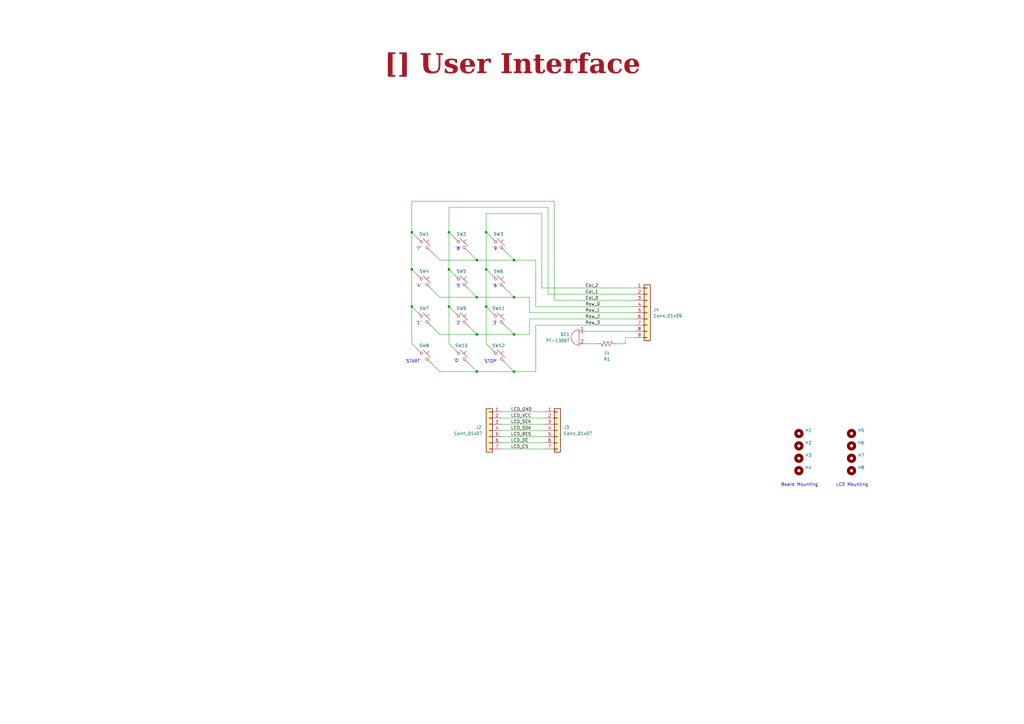
<source format=kicad_sch>
(kicad_sch (version 20250114) (generator "eeschema") (generator_version "9.0")
  (paper "A3")
  (title_block (title "User Interface") (date "Last Modified Date") (rev "${REVISION}") (company "${COMPANY}"))
  (lib_symbols
    (symbol "Connector_Generic:Conn_01x07" (pin_names (offset 1.016) (hide yes))
      (property "Reference" "J" (at 0 10.16 0))
      (property "Value" "Conn_01x07" (at 0 -10.16 0))
      (symbol "Conn_01x07_1_1"
        (rectangle (start -1.27 8.89) (end 1.27 -8.89) (stroke (width 0.254)) (fill (type background)))
        (rectangle (start -1.27 7.747) (end 0 7.493) (stroke (width 0.1524)))
        (rectangle (start -1.27 5.207) (end 0 4.953) (stroke (width 0.1524)))
        (rectangle (start -1.27 2.667) (end 0 2.413) (stroke (width 0.1524)))
        (rectangle (start -1.27 0.127) (end 0 -0.127) (stroke (width 0.1524)))
        (rectangle (start -1.27 -2.413) (end 0 -2.667) (stroke (width 0.1524)))
        (rectangle (start -1.27 -4.953) (end 0 -5.207) (stroke (width 0.1524)))
        (rectangle (start -1.27 -7.493) (end 0 -7.747) (stroke (width 0.1524)))
        (pin passive line (at -5.08 7.62 0) (length 3.81) (name "Pin_1") (number "1"))
        (pin passive line (at -5.08 5.08 0) (length 3.81) (name "Pin_2") (number "2"))
        (pin passive line (at -5.08 2.54 0) (length 3.81) (name "Pin_3") (number "3"))
        (pin passive line (at -5.08 0 0) (length 3.81) (name "Pin_4") (number "4"))
        (pin passive line (at -5.08 -2.54 0) (length 3.81) (name "Pin_5") (number "5"))
        (pin passive line (at -5.08 -5.08 0) (length 3.81) (name "Pin_6") (number "6"))
        (pin passive line (at -5.08 -7.62 0) (length 3.81) (name "Pin_7") (number "7"))
      )
    )
    (symbol "Connector_Generic:Conn_01x09" (pin_names (offset 1.016) (hide yes))
      (property "Reference" "J" (at 0 12.7 0))
      (property "Value" "Conn_01x09" (at 0 -12.7 0))
      (symbol "Conn_01x09_1_1"
        (rectangle (start -1.27 11.43) (end 1.27 -11.43) (stroke (width 0.254)) (fill (type background)))
        (rectangle (start -1.27 10.287) (end 0 10.033) (stroke (width 0.1524)))
        (rectangle (start -1.27 7.747) (end 0 7.493) (stroke (width 0.1524)))
        (rectangle (start -1.27 5.207) (end 0 4.953) (stroke (width 0.1524)))
        (rectangle (start -1.27 2.667) (end 0 2.413) (stroke (width 0.1524)))
        (rectangle (start -1.27 0.127) (end 0 -0.127) (stroke (width 0.1524)))
        (rectangle (start -1.27 -2.413) (end 0 -2.667) (stroke (width 0.1524)))
        (rectangle (start -1.27 -4.953) (end 0 -5.207) (stroke (width 0.1524)))
        (rectangle (start -1.27 -7.493) (end 0 -7.747) (stroke (width 0.1524)))
        (rectangle (start -1.27 -10.033) (end 0 -10.287) (stroke (width 0.1524)))
        (pin passive line (at -5.08 10.16 0) (length 3.81) (name "Pin_1") (number "1"))
        (pin passive line (at -5.08 7.62 0) (length 3.81) (name "Pin_2") (number "2"))
        (pin passive line (at -5.08 5.08 0) (length 3.81) (name "Pin_3") (number "3"))
        (pin passive line (at -5.08 2.54 0) (length 3.81) (name "Pin_4") (number "4"))
        (pin passive line (at -5.08 0 0) (length 3.81) (name "Pin_5") (number "5"))
        (pin passive line (at -5.08 -2.54 0) (length 3.81) (name "Pin_6") (number "6"))
        (pin passive line (at -5.08 -5.08 0) (length 3.81) (name "Pin_7") (number "7"))
        (pin passive line (at -5.08 -7.62 0) (length 3.81) (name "Pin_8") (number "8"))
        (pin passive line (at -5.08 -10.16 0) (length 3.81) (name "Pin_9") (number "9"))
      )
    )
    (symbol "Device:Buzzer" (pin_names (offset 0.0254) (hide yes))
      (property "Reference" "BZ" (at 3.81 1.27 0))
      (property "Value" "Buzzer" (at 3.81 -1.27 0))
      (symbol "Buzzer_0_1"
        (polyline (pts (xy -1.651 1.905) (xy -1.143 1.905)))
        (polyline (pts (xy -1.397 2.159) (xy -1.397 1.651)))
        (arc (start 0 3.175) (mid 3.1612 0) (end 0 -3.175))
        (polyline (pts (xy 0 3.175) (xy 0 -3.175)))
      )
      (symbol "Buzzer_1_1"
        (pin passive line (at -2.54 2.54 0) (length 2.54) (name "+") (number "1"))
        (pin passive line (at -2.54 -2.54 0) (length 2.54) (name "-") (number "2"))
      )
    )
    (symbol "Device:R_US" (pin_numbers (hide yes)) (pin_names (offset 0))
      (property "Reference" "R" (at 2.54 0 90))
      (property "Value" "R_US" (at -2.54 0 90))
      (symbol "R_US_0_1"
        (polyline (pts (xy 0 2.286) (xy 0 2.54)))
        (polyline (pts (xy 0 2.286) (xy 1.016 1.905) (xy 0 1.524) (xy -1.016 1.143) (xy 0 0.762)))
        (polyline (pts (xy 0 0.762) (xy 1.016 0.381) (xy 0 0) (xy -1.016 -0.381) (xy 0 -0.762)))
        (polyline (pts (xy 0 -0.762) (xy 1.016 -1.143) (xy 0 -1.524) (xy -1.016 -1.905) (xy 0 -2.286)))
        (polyline (pts (xy 0 -2.286) (xy 0 -2.54)))
      )
      (symbol "R_US_1_1"
        (pin passive line (at 0 3.81 270) (length 1.27) (name "~") (number "1"))
        (pin passive line (at 0 -3.81 90) (length 1.27) (name "~") (number "2"))
      )
    )
    (symbol "Mechanical:MountingHole" (pin_names (offset 1.016)) (in_bom no)
      (property "Reference" "H" (at 0 5.08 0))
      (property "Value" "MountingHole" (at 0 3.175 0))
      (symbol "MountingHole_0_1"
        (circle (center 0 0) (radius 1.27) (stroke (width 1.27)))
      )
    )
    (symbol "Switch:SW_Push_45deg" (pin_numbers (hide yes)) (pin_names (offset 1.016) (hide yes))
      (property "Reference" "SW" (at 3.048 1.016 0))
      (property "Value" "SW_Push_45deg" (at 0 -3.81 0))
      (symbol "SW_Push_45deg_0_1"
        (polyline (pts (xy -2.54 2.54) (xy -1.524 1.524) (xy -1.524 1.524)))
        (circle (center -1.1684 1.1684) (radius 0.508))
        (polyline (pts (xy -0.508 2.54) (xy 2.54 -0.508)))
        (polyline (pts (xy 1.016 1.016) (xy 2.032 2.032)))
        (circle (center 1.143 -1.1938) (radius 0.508))
        (polyline (pts (xy 1.524 -1.524) (xy 2.54 -2.54) (xy 2.54 -2.54) (xy 2.54 -2.54)))
        (pin passive line (at -2.54 2.54 0) (length 0) (name "1") (number "1"))
        (pin passive line (at 2.54 -2.54 180) (length 0) (name "2") (number "2"))
      )
    )
  )
  (text "'1'" (at 171.704 132.588 0) (effects (font (size 1.27 1.27))))
  (text "'STOP'" (at 201.168 148.336 0) (effects (font (size 1.27 1.27))))
  (text "LCD Mounting" (at 349.504 198.882 0) (effects (font (size 1.27 1.27))))
  (text "'7'" (at 171.704 102.108 0) (effects (font (size 1.27 1.27))))
  (text "'0'" (at 187.198 148.082 0) (effects (font (size 1.27 1.27))))
  (text "Board Mounting" (at 327.914 198.882 0) (effects (font (size 1.27 1.27))))
  (text "'3'" (at 202.946 132.588 0) (effects (font (size 1.27 1.27))))
  (text "'START'" (at 169.418 148.336 0) (effects (font (size 1.27 1.27))))
  (text "'6'" (at 203.2 117.348 0) (effects (font (size 1.27 1.27))))
  (text "'2'" (at 187.96 132.588 0) (effects (font (size 1.27 1.27))))
  (text "'9'" (at 203.2 102.108 0) (effects (font (size 1.27 1.27))))
  (text "'8'" (at 187.96 102.108 0) (effects (font (size 1.27 1.27))))
  (text "'4'" (at 171.704 117.348 0) (effects (font (size 1.27 1.27))))
  (text "'5'" (at 187.96 117.348 0) (effects (font (size 1.27 1.27))))
  (text_box "[${#}] ${TITLE}" (at 10.16 20.32 0) (size 400.05 12.7) (margins 5.9999 5.9999 5.9999 5.9999) (stroke (width -0.0001)) (effects (font (size 8 8) (thickness 1.2) (bold yes))))
  (junction (at 195.58 121.92))
  (junction (at 168.91 125.73))
  (junction (at 195.58 152.4))
  (junction (at 184.15 110.49))
  (junction (at 210.82 121.92))
  (junction (at 184.15 125.73))
  (junction (at 210.82 106.68))
  (junction (at 184.15 95.25))
  (junction (at 195.58 106.68))
  (junction (at 210.82 137.16))
  (junction (at 210.82 152.4))
  (junction (at 199.39 125.73))
  (junction (at 195.58 137.16))
  (junction (at 168.91 95.25))
  (junction (at 199.39 110.49))
  (junction (at 168.91 110.49))
  (junction (at 199.39 95.25))
  (wire (pts (xy 186.69 143.51) (xy 184.15 140.97)))
  (wire (pts (xy 217.17 130.81) (xy 260.35 130.81)))
  (wire (pts (xy 227.33 123.19) (xy 260.35 123.19)))
  (wire (pts (xy 168.91 82.55) (xy 227.33 82.55)))
  (wire (pts (xy 176.53 118.11) (xy 180.34 121.92)))
  (wire (pts (xy 180.34 106.68) (xy 195.58 106.68)))
  (wire (pts (xy 224.79 120.65) (xy 260.35 120.65)))
  (wire (pts (xy 171.45 113.03) (xy 168.91 110.49)))
  (wire (pts (xy 256.54 140.97) (xy 256.54 138.43)))
  (wire (pts (xy 191.77 118.11) (xy 195.58 121.92)))
  (wire (pts (xy 223.52 181.61) (xy 205.74 181.61)))
  (wire (pts (xy 171.45 128.27) (xy 168.91 125.73)))
  (wire (pts (xy 168.91 95.25) (xy 168.91 110.49)))
  (wire (pts (xy 195.58 137.16) (xy 210.82 137.16)))
  (wire (pts (xy 223.52 173.99) (xy 205.74 173.99)))
  (wire (pts (xy 180.34 137.16) (xy 195.58 137.16)))
  (wire (pts (xy 186.69 113.03) (xy 184.15 110.49)))
  (wire (pts (xy 223.52 171.45) (xy 205.74 171.45)))
  (wire (pts (xy 168.91 82.55) (xy 168.91 95.25)))
  (wire (pts (xy 168.91 110.49) (xy 168.91 125.73)))
  (wire (pts (xy 201.93 97.79) (xy 199.39 95.25)))
  (wire (pts (xy 217.17 137.16) (xy 217.17 130.81)))
  (wire (pts (xy 219.71 152.4) (xy 219.71 133.35)))
  (wire (pts (xy 240.03 135.89) (xy 260.35 135.89)))
  (wire (pts (xy 184.15 125.73) (xy 184.15 140.97)))
  (wire (pts (xy 199.39 125.73) (xy 199.39 140.97)))
  (wire (pts (xy 217.17 128.27) (xy 260.35 128.27)))
  (wire (pts (xy 199.39 87.63) (xy 222.25 87.63)))
  (wire (pts (xy 199.39 87.63) (xy 199.39 95.25)))
  (wire (pts (xy 191.77 102.87) (xy 195.58 106.68)))
  (wire (pts (xy 223.52 184.15) (xy 205.74 184.15)))
  (wire (pts (xy 252.73 140.97) (xy 256.54 140.97)))
  (wire (pts (xy 217.17 121.92) (xy 217.17 128.27)))
  (wire (pts (xy 256.54 138.43) (xy 260.35 138.43)))
  (wire (pts (xy 223.52 168.91) (xy 205.74 168.91)))
  (wire (pts (xy 171.45 143.51) (xy 168.91 140.97)))
  (wire (pts (xy 210.82 152.4) (xy 219.71 152.4)))
  (wire (pts (xy 180.34 121.92) (xy 195.58 121.92)))
  (wire (pts (xy 210.82 121.92) (xy 217.17 121.92)))
  (wire (pts (xy 219.71 125.73) (xy 260.35 125.73)))
  (wire (pts (xy 184.15 85.09) (xy 224.79 85.09)))
  (wire (pts (xy 195.58 152.4) (xy 210.82 152.4)))
  (wire (pts (xy 195.58 121.92) (xy 210.82 121.92)))
  (wire (pts (xy 240.03 140.97) (xy 245.11 140.97)))
  (wire (pts (xy 222.25 87.63) (xy 222.25 118.11)))
  (wire (pts (xy 201.93 113.03) (xy 199.39 110.49)))
  (wire (pts (xy 223.52 179.07) (xy 205.74 179.07)))
  (wire (pts (xy 184.15 110.49) (xy 184.15 125.73)))
  (wire (pts (xy 201.93 128.27) (xy 199.39 125.73)))
  (wire (pts (xy 227.33 82.55) (xy 227.33 123.19)))
  (wire (pts (xy 201.93 143.51) (xy 199.39 140.97)))
  (wire (pts (xy 180.34 152.4) (xy 195.58 152.4)))
  (wire (pts (xy 207.01 118.11) (xy 210.82 121.92)))
  (wire (pts (xy 186.69 97.79) (xy 184.15 95.25)))
  (wire (pts (xy 176.53 133.35) (xy 180.34 137.16)))
  (wire (pts (xy 223.52 176.53) (xy 205.74 176.53)))
  (wire (pts (xy 207.01 148.59) (xy 210.82 152.4)))
  (wire (pts (xy 219.71 133.35) (xy 260.35 133.35)))
  (wire (pts (xy 199.39 110.49) (xy 199.39 125.73)))
  (wire (pts (xy 222.25 118.11) (xy 260.35 118.11)))
  (wire (pts (xy 191.77 148.59) (xy 195.58 152.4)))
  (wire (pts (xy 219.71 106.68) (xy 219.71 125.73)))
  (wire (pts (xy 210.82 106.68) (xy 219.71 106.68)))
  (wire (pts (xy 184.15 85.09) (xy 184.15 95.25)))
  (wire (pts (xy 207.01 102.87) (xy 210.82 106.68)))
  (wire (pts (xy 191.77 133.35) (xy 195.58 137.16)))
  (wire (pts (xy 176.53 102.87) (xy 180.34 106.68)))
  (wire (pts (xy 224.79 85.09) (xy 224.79 120.65)))
  (wire (pts (xy 195.58 106.68) (xy 210.82 106.68)))
  (wire (pts (xy 186.69 128.27) (xy 184.15 125.73)))
  (wire (pts (xy 207.01 133.35) (xy 210.82 137.16)))
  (wire (pts (xy 168.91 125.73) (xy 168.91 140.97)))
  (wire (pts (xy 210.82 137.16) (xy 217.17 137.16)))
  (wire (pts (xy 199.39 95.25) (xy 199.39 110.49)))
  (wire (pts (xy 176.53 148.59) (xy 180.34 152.4)))
  (wire (pts (xy 184.15 95.25) (xy 184.15 110.49)))
  (wire (pts (xy 171.45 97.79) (xy 168.91 95.25)))
  (label "LCD_VCC" (at 209.55 171.45 0))
  (label "LCD_GND" (at 209.55 168.91 0))
  (label "LCD_SDA" (at 209.55 176.53 0))
  (label "Row_2" (at 240.03 130.81 0))
  (label "LCD_RES" (at 209.55 179.07 0))
  (label "LCD_SCK" (at 209.5317 173.99 0))
  (label "LCD_DC" (at 209.55 181.61 0))
  (label "Col_0" (at 240.03 123.19 0))
  (label "LCD_CS" (at 209.55 184.15 0))
  (label "Row_3" (at 240.03 133.35 0))
  (label "Col_2" (at 240.03 118.11 0))
  (label "Row_1" (at 240.03 128.27 0))
  (label "Row_0" (at 240.03 125.73 0))
  (label "Col_1" (at 240.03 120.65 0))
  (symbol (lib_id "Switch:SW_Push_45deg") (at 173.99 130.81 0) (unit 1)
    (property "Reference" "SW7" (at 173.99 126.492 0))
    (property "Value" "SW_Push_45deg" (effects (hide yes)))
    (property "Footprint" "Button_Switch_Keyboard:SW_Cherry_MX_1.00u_PCB" (effects (hide yes)))
    (property "Description" "Push button switch, normally open, two pins, 45° tilted" (effects (hide yes)))
  )
  (symbol (lib_id "Switch:SW_Push_45deg") (at 204.47 146.05 0) (unit 1)
    (property "Reference" "SW12" (at 204.47 141.732 0))
    (property "Value" "SW_Push_45deg" (effects (hide yes)))
    (property "Footprint" "Button_Switch_Keyboard:SW_Cherry_MX_1.00u_PCB" (effects (hide yes)))
    (property "Description" "Push button switch, normally open, two pins, 45° tilted" (effects (hide yes)))
  )
  (symbol (lib_id "Switch:SW_Push_45deg") (at 204.47 115.57 0) (unit 1)
    (property "Reference" "SW6" (at 204.47 111.252 0))
    (property "Value" "SW_Push_45deg" (effects (hide yes)))
    (property "Footprint" "Button_Switch_Keyboard:SW_Cherry_MX_1.00u_PCB" (effects (hide yes)))
    (property "Description" "Push button switch, normally open, two pins, 45° tilted" (effects (hide yes)))
  )
  (symbol (lib_id "Connector_Generic:Conn_01x09") (at 265.43 128.27 0) (unit 1)
    (property "Reference" "J4" (at 267.97 126.9999 0) (effects (justify left)))
    (property "Value" "Conn_01x09" (at 267.97 129.5399 0) (effects (justify left)))
    (property "Footprint" "Connector_PinHeader_2.54mm:PinHeader_1x09_P2.54mm_Vertical" (effects (hide yes)))
    (property "Description" "Generic connector, single row, 01x09, script generated (kicad-library-utils/schlib/autogen/connector/)" (effects (hide yes)))
  )
  (symbol (lib_id "Switch:SW_Push_45deg") (at 173.99 146.05 0) (unit 1)
    (property "Reference" "SW8" (at 173.99 141.732 0))
    (property "Value" "SW_Push_45deg" (effects (hide yes)))
    (property "Footprint" "Button_Switch_Keyboard:SW_Cherry_MX_1.00u_PCB" (effects (hide yes)))
    (property "Description" "Push button switch, normally open, two pins, 45° tilted" (effects (hide yes)))
  )
  (symbol (lib_id "Switch:SW_Push_45deg") (at 189.23 146.05 0) (unit 1)
    (property "Reference" "SW10" (at 189.23 141.732 0))
    (property "Value" "SW_Push_45deg" (effects (hide yes)))
    (property "Footprint" "Button_Switch_Keyboard:SW_Cherry_MX_1.00u_PCB" (effects (hide yes)))
    (property "Description" "Push button switch, normally open, two pins, 45° tilted" (effects (hide yes)))
  )
  (symbol (lib_id "Connector_Generic:Conn_01x07") (at 200.66 176.53 0) (mirror y) (unit 1)
    (property "Reference" "J2" (at 196.342 175.26 0))
    (property "Value" "Conn_01x07" (at 192.024 177.8 0))
    (property "Footprint" "Connector_PinSocket_2.54mm:PinSocket_1x07_P2.54mm_Vertical" (effects (hide yes)))
    (property "Description" "Generic connector, single row, 01x07, script generated (kicad-library-utils/schlib/autogen/connector/)" (effects (hide yes)))
  )
  (symbol (lib_id "Mechanical:MountingHole") (at 349.25 187.96 0) (unit 1) (in_bom no)
    (property "Reference" "H7" (at 351.79 186.6899 0) (effects (justify left)))
    (property "Value" "MountingHole" (effects (hide yes)))
    (property "Footprint" "MountingHole:MountingHole_2.2mm_M2" (effects (hide yes)))
    (property "Description" "Mounting Hole without connection" (effects (hide yes)))
  )
  (symbol (lib_id "Switch:SW_Push_45deg") (at 204.47 100.33 0) (unit 1)
    (property "Reference" "SW3" (at 204.47 96.012 0))
    (property "Value" "SW_Push_45deg" (effects (hide yes)))
    (property "Footprint" "Button_Switch_Keyboard:SW_Cherry_MX_1.00u_PCB" (effects (hide yes)))
    (property "Description" "Push button switch, normally open, two pins, 45° tilted" (effects (hide yes)))
  )
  (symbol (lib_id "Mechanical:MountingHole") (at 349.25 177.8 0) (unit 1) (in_bom no)
    (property "Reference" "H5" (at 351.79 176.5299 0) (effects (justify left)))
    (property "Value" "MountingHole" (effects (hide yes)))
    (property "Footprint" "MountingHole:MountingHole_2.2mm_M2" (effects (hide yes)))
    (property "Description" "Mounting Hole without connection" (effects (hide yes)))
  )
  (symbol (lib_id "Mechanical:MountingHole") (at 327.66 177.8 0) (unit 1) (in_bom no)
    (property "Reference" "H1" (at 330.2 176.5299 0) (effects (justify left)))
    (property "Value" "MountingHole" (effects (hide yes)))
    (property "Footprint" "MountingHole:MountingHole_3.2mm_M3" (effects (hide yes)))
    (property "Description" "Mounting Hole without connection" (effects (hide yes)))
  )
  (symbol (lib_id "Mechanical:MountingHole") (at 349.25 193.04 0) (unit 1) (in_bom no)
    (property "Reference" "H8" (at 351.79 191.7699 0) (effects (justify left)))
    (property "Value" "MountingHole" (effects (hide yes)))
    (property "Footprint" "MountingHole:MountingHole_2.2mm_M2" (effects (hide yes)))
    (property "Description" "Mounting Hole without connection" (effects (hide yes)))
  )
  (symbol (lib_id "Mechanical:MountingHole") (at 327.66 182.88 0) (unit 1) (in_bom no)
    (property "Reference" "H2" (at 330.2 181.6099 0) (effects (justify left)))
    (property "Value" "MountingHole" (effects (hide yes)))
    (property "Footprint" "MountingHole:MountingHole_3.2mm_M3" (effects (hide yes)))
    (property "Description" "Mounting Hole without connection" (effects (hide yes)))
  )
  (symbol (lib_id "Connector_Generic:Conn_01x07") (at 228.6 176.53 0) (unit 1)
    (property "Reference" "J3" (at 231.14 175.2599 0) (effects (justify left)))
    (property "Value" "Conn_01x07" (at 231.14 177.7999 0) (effects (justify left)))
    (property "Footprint" "Connector_PinHeader_2.54mm:PinHeader_1x07_P2.54mm_Vertical" (effects (hide yes)))
    (property "Description" "Generic connector, single row, 01x07, script generated (kicad-library-utils/schlib/autogen/connector/)" (effects (hide yes)))
  )
  (symbol (lib_id "Device:Buzzer") (at 237.49 138.43 0) (mirror y) (unit 1)
    (property "Reference" "BZ1" (at 233.68 137.1599 0) (effects (justify left)))
    (property "Value" "PT-1306T" (at 233.68 139.6999 0) (effects (justify left)))
    (property "Footprint" "Buzzer_Beeper:Buzzer_12x9.5RM7.6" (effects (hide yes)))
    (property "Description" "Buzzer, polarized" (effects (hide yes)))
  )
  (symbol (lib_id "Switch:SW_Push_45deg") (at 189.23 115.57 0) (unit 1)
    (property "Reference" "SW5" (at 189.23 111.252 0))
    (property "Value" "SW_Push_45deg" (effects (hide yes)))
    (property "Footprint" "Button_Switch_Keyboard:SW_Cherry_MX_1.00u_PCB" (effects (hide yes)))
    (property "Description" "Push button switch, normally open, two pins, 45° tilted" (effects (hide yes)))
  )
  (symbol (lib_id "Switch:SW_Push_45deg") (at 173.99 115.57 0) (unit 1)
    (property "Reference" "SW4" (at 173.99 111.252 0))
    (property "Value" "SW_Push_45deg" (effects (hide yes)))
    (property "Footprint" "Button_Switch_Keyboard:SW_Cherry_MX_1.00u_PCB" (effects (hide yes)))
    (property "Description" "Push button switch, normally open, two pins, 45° tilted" (effects (hide yes)))
  )
  (symbol (lib_id "Switch:SW_Push_45deg") (at 173.99 100.33 0) (unit 1)
    (property "Reference" "SW1" (at 173.99 96.012 0))
    (property "Value" "SW_Push_45deg" (effects (hide yes)))
    (property "Footprint" "Button_Switch_Keyboard:SW_Cherry_MX_1.00u_PCB" (effects (hide yes)))
    (property "Description" "Push button switch, normally open, two pins, 45° tilted" (effects (hide yes)))
  )
  (symbol (lib_id "Switch:SW_Push_45deg") (at 204.47 130.81 0) (unit 1)
    (property "Reference" "SW11" (at 204.47 126.492 0))
    (property "Value" "SW_Push_45deg" (effects (hide yes)))
    (property "Footprint" "Button_Switch_Keyboard:SW_Cherry_MX_1.00u_PCB" (effects (hide yes)))
    (property "Description" "Push button switch, normally open, two pins, 45° tilted" (effects (hide yes)))
  )
  (symbol (lib_id "Switch:SW_Push_45deg") (at 189.23 130.81 0) (unit 1)
    (property "Reference" "SW9" (at 189.23 126.492 0))
    (property "Value" "SW_Push_45deg" (effects (hide yes)))
    (property "Footprint" "Button_Switch_Keyboard:SW_Cherry_MX_1.00u_PCB" (effects (hide yes)))
    (property "Description" "Push button switch, normally open, two pins, 45° tilted" (effects (hide yes)))
  )
  (symbol (lib_id "Device:R_US") (at 248.92 140.97 90) (mirror x) (unit 1)
    (property "Reference" "R1" (at 248.92 147.32 90))
    (property "Value" "1k" (at 248.92 144.78 90))
    (property "Footprint" "Resistor_SMD:R_0603_1608Metric_Pad0.98x0.95mm_HandSolder" (effects (hide yes)))
    (property "Description" "Resistor, US symbol" (effects (hide yes)))
  )
  (symbol (lib_id "Mechanical:MountingHole") (at 327.66 193.04 0) (unit 1) (in_bom no)
    (property "Reference" "H4" (at 330.2 191.7699 0) (effects (justify left)))
    (property "Value" "MountingHole" (effects (hide yes)))
    (property "Footprint" "MountingHole:MountingHole_3.2mm_M3" (effects (hide yes)))
    (property "Description" "Mounting Hole without connection" (effects (hide yes)))
  )
  (symbol (lib_id "Mechanical:MountingHole") (at 349.25 182.88 0) (unit 1) (in_bom no)
    (property "Reference" "H6" (at 351.79 181.6099 0) (effects (justify left)))
    (property "Value" "MountingHole" (effects (hide yes)))
    (property "Footprint" "MountingHole:MountingHole_2.2mm_M2" (effects (hide yes)))
    (property "Description" "Mounting Hole without connection" (effects (hide yes)))
  )
  (symbol (lib_id "Mechanical:MountingHole") (at 327.66 187.96 0) (unit 1) (in_bom no)
    (property "Reference" "H3" (at 330.2 186.6899 0) (effects (justify left)))
    (property "Value" "MountingHole" (effects (hide yes)))
    (property "Footprint" "MountingHole:MountingHole_3.2mm_M3" (effects (hide yes)))
    (property "Description" "Mounting Hole without connection" (effects (hide yes)))
  )
  (symbol (lib_id "Switch:SW_Push_45deg") (at 189.23 100.33 0) (unit 1)
    (property "Reference" "SW2" (at 189.23 96.012 0))
    (property "Value" "SW_Push_45deg" (effects (hide yes)))
    (property "Footprint" "Button_Switch_Keyboard:SW_Cherry_MX_1.00u_PCB" (effects (hide yes)))
    (property "Description" "Push button switch, normally open, two pins, 45° tilted" (effects (hide yes)))
  )
)
</source>
